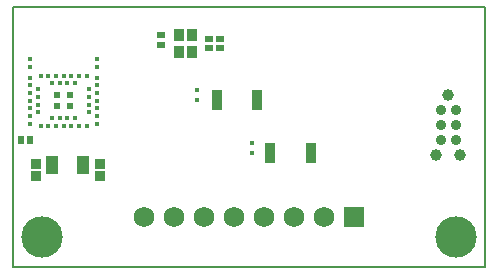
<source format=gts>
G04*
G04 #@! TF.GenerationSoftware,Altium Limited,Altium Designer,20.2.5 (213)*
G04*
G04 Layer_Color=8388736*
%FSLAX25Y25*%
%MOIN*%
G70*
G04*
G04 #@! TF.SameCoordinates,6F863687-9C3A-4172-A650-1A8696597D16*
G04*
G04*
G04 #@! TF.FilePolarity,Negative*
G04*
G01*
G75*
%ADD11C,0.00500*%
%ADD24R,0.01772X0.01772*%
%ADD25R,0.02047X0.02047*%
%ADD26C,0.03504*%
%ADD27R,0.02441X0.02559*%
%ADD28R,0.02559X0.02441*%
%ADD29R,0.03543X0.04331*%
%ADD30R,0.03228X0.03228*%
%ADD31R,0.04331X0.06496*%
%ADD32R,0.03543X0.07087*%
%ADD33R,0.01772X0.01811*%
%ADD34C,0.03937*%
%ADD35C,0.06890*%
%ADD36R,0.06890X0.06890*%
%ADD37C,0.13779*%
D11*
X0Y86614D02*
X157480Y86614D01*
X0Y-0D02*
X157480Y0D01*
X0Y-0D02*
Y86614D01*
X157480Y0D02*
Y86614D01*
D24*
X5807Y69260D02*
D03*
Y66701D02*
D03*
Y62992D02*
D03*
Y60433D02*
D03*
Y57874D02*
D03*
Y55315D02*
D03*
Y52756D02*
D03*
Y50197D02*
D03*
Y47638D02*
D03*
X8366Y59153D02*
D03*
Y56595D02*
D03*
Y54035D02*
D03*
Y51476D02*
D03*
X9311Y46898D02*
D03*
X11870D02*
D03*
X16988D02*
D03*
X19547D02*
D03*
X24665D02*
D03*
X13150Y49457D02*
D03*
X18268D02*
D03*
X20827D02*
D03*
X28169Y47638D02*
D03*
Y50197D02*
D03*
Y52756D02*
D03*
Y55315D02*
D03*
Y57874D02*
D03*
Y60433D02*
D03*
Y62992D02*
D03*
Y66701D02*
D03*
Y69260D02*
D03*
X25610Y51476D02*
D03*
Y54035D02*
D03*
Y56595D02*
D03*
Y59153D02*
D03*
X24665Y63728D02*
D03*
X22106D02*
D03*
X19547D02*
D03*
X16988D02*
D03*
X14429D02*
D03*
X11870D02*
D03*
X9311D02*
D03*
X18268Y61169D02*
D03*
X13150D02*
D03*
X14429Y46898D02*
D03*
X22106D02*
D03*
X15709Y49457D02*
D03*
X20827Y61169D02*
D03*
X15709D02*
D03*
D25*
X14941Y57087D02*
D03*
Y53543D02*
D03*
X19035D02*
D03*
Y57087D02*
D03*
D26*
X147638Y42224D02*
D03*
X142638D02*
D03*
X147638Y47224D02*
D03*
X142638D02*
D03*
X147638Y52224D02*
D03*
X142638D02*
D03*
D27*
X2657Y42224D02*
D03*
X5807D02*
D03*
D28*
X49606Y74016D02*
D03*
Y77165D02*
D03*
X69291Y75984D02*
D03*
Y72835D02*
D03*
X65354D02*
D03*
Y75984D02*
D03*
D29*
X59646Y71457D02*
D03*
Y77362D02*
D03*
X55315D02*
D03*
Y71457D02*
D03*
D30*
X28996Y34193D02*
D03*
Y30177D02*
D03*
X7736Y34193D02*
D03*
Y30177D02*
D03*
D31*
X23484Y33957D02*
D03*
X13248D02*
D03*
D32*
X85925Y37795D02*
D03*
X99311D02*
D03*
X68012Y55512D02*
D03*
X81398D02*
D03*
D33*
X79921Y41122D02*
D03*
Y37815D02*
D03*
X61319Y58839D02*
D03*
Y55532D02*
D03*
D34*
X141138Y37224D02*
D03*
X149138D02*
D03*
X145138Y57224D02*
D03*
D35*
X63740Y16417D02*
D03*
X73740D02*
D03*
X83740D02*
D03*
X103740D02*
D03*
X93740D02*
D03*
X53740D02*
D03*
X43740D02*
D03*
D36*
X113740D02*
D03*
D37*
X147638Y9843D02*
D03*
X9843D02*
D03*
M02*

</source>
